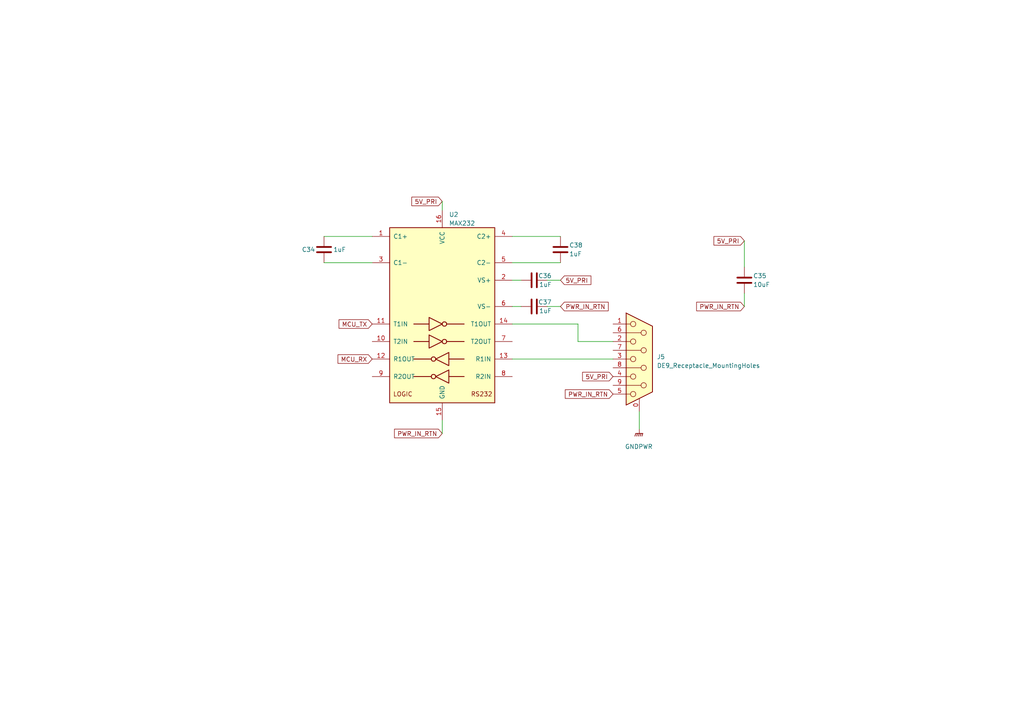
<source format=kicad_sch>
(kicad_sch (version 20230121) (generator eeschema)
  (paper "A4")
  (lib_symbols
    (symbol "Connector:DE9_Receptacle_MountingHoles" (pin_names (offset 1.016) hide)
      (property "Reference" "J" (at 0 16.51 0))
      (property "Value" "DE9_Receptacle_MountingHoles" (at 0 14.605 0))
      (symbol "DE9_Receptacle_MountingHoles_0_1"
        (circle (center -1.778 -10.16) (radius 0.762))
        (circle (center -1.778 -5.08) (radius 0.762))
        (circle (center -1.778 0) (radius 0.762))
        (circle (center -1.778 5.08) (radius 0.762))
        (circle (center -1.778 10.16) (radius 0.762))
        (polyline (pts (xy -3.81 -10.16) (xy -2.54 -10.16)))
        (polyline (pts (xy -3.81 -7.62) (xy 0.508 -7.62)))
        (polyline (pts (xy -3.81 -5.08) (xy -2.54 -5.08)))
        (polyline (pts (xy -3.81 -2.54) (xy 0.508 -2.54)))
        (polyline (pts (xy -3.81 0) (xy -2.54 0)))
        (polyline (pts (xy -3.81 2.54) (xy 0.508 2.54)))
        (polyline (pts (xy -3.81 5.08) (xy -2.54 5.08)))
        (polyline (pts (xy -3.81 7.62) (xy 0.508 7.62)))
        (polyline (pts (xy -3.81 10.16) (xy -2.54 10.16)))
        (polyline (pts (xy -3.81 13.335) (xy -3.81 -13.335) (xy 3.81 -9.525) (xy 3.81 9.525) (xy -3.81 13.335)) (stroke (width 0.254)) (fill (type background)))
        (circle (center 1.27 -7.62) (radius 0.762))
        (circle (center 1.27 -2.54) (radius 0.762))
        (circle (center 1.27 2.54) (radius 0.762))
        (circle (center 1.27 7.62) (radius 0.762))
      )
      (symbol "DE9_Receptacle_MountingHoles_1_1"
        (pin passive line (at 0 -15.24 90) (length 3.81) (name "PAD") (number "0"))
        (pin passive line (at -7.62 10.16 0) (length 3.81) (name "1") (number "1"))
        (pin passive line (at -7.62 5.08 0) (length 3.81) (name "2") (number "2"))
        (pin passive line (at -7.62 0 0) (length 3.81) (name "3") (number "3"))
        (pin passive line (at -7.62 -5.08 0) (length 3.81) (name "4") (number "4"))
        (pin passive line (at -7.62 -10.16 0) (length 3.81) (name "5") (number "5"))
        (pin passive line (at -7.62 7.62 0) (length 3.81) (name "6") (number "6"))
        (pin passive line (at -7.62 2.54 0) (length 3.81) (name "7") (number "7"))
        (pin passive line (at -7.62 -2.54 0) (length 3.81) (name "8") (number "8"))
        (pin passive line (at -7.62 -7.62 0) (length 3.81) (name "9") (number "9"))
      )
    )
    (symbol "Device:C" (pin_numbers hide) (pin_names (offset 0.254))
      (property "Reference" "C" (at 0.635 2.54 0))
      (property "Value" "C" (at 0.635 -2.54 0))
      (symbol "C_0_1"
        (polyline (pts (xy -2.032 -0.762) (xy 2.032 -0.762)) (stroke (width 0.508)))
        (polyline (pts (xy -2.032 0.762) (xy 2.032 0.762)) (stroke (width 0.508)))
      )
      (symbol "C_1_1"
        (pin passive line (at 0 3.81 270) (length 2.794) (name "~") (number "1"))
        (pin passive line (at 0 -3.81 90) (length 2.794) (name "~") (number "2"))
      )
    )
    (symbol "Interface_UART:MAX232" (pin_names (offset 1.016))
      (property "Reference" "U" (at -2.54 28.575 0))
      (property "Value" "MAX232" (at -2.54 26.67 0))
      (symbol "MAX232_0_0"
        (text "LOGIC" (at -11.43 -22.86 0) (effects (font (size 1.27 1.27))))
        (text "RS232" (at 11.43 -22.86 0) (effects (font (size 1.27 1.27))))
      )
      (symbol "MAX232_0_1"
        (rectangle (start -15.24 -25.4) (end 15.24 25.4) (stroke (width 0.254)) (fill (type background)))
        (circle (center -2.54 -17.78) (radius 0.635) (stroke (width 0.254)))
        (circle (center -2.54 -12.7) (radius 0.635) (stroke (width 0.254)))
        (polyline (pts (xy -3.81 -7.62) (xy -8.255 -7.62)) (stroke (width 0.254)))
        (polyline (pts (xy -3.81 -2.54) (xy -8.255 -2.54)) (stroke (width 0.254)))
        (polyline (pts (xy -3.175 -17.78) (xy -8.255 -17.78)) (stroke (width 0.254)))
        (polyline (pts (xy -3.175 -12.7) (xy -8.255 -12.7)) (stroke (width 0.254)))
        (polyline (pts (xy 1.27 -7.62) (xy 6.35 -7.62)) (stroke (width 0.254)))
        (polyline (pts (xy 1.27 -2.54) (xy 6.35 -2.54)) (stroke (width 0.254)))
        (polyline (pts (xy 1.905 -17.78) (xy 6.35 -17.78)) (stroke (width 0.254)))
        (polyline (pts (xy 1.905 -12.7) (xy 6.35 -12.7)) (stroke (width 0.254)))
        (polyline (pts (xy -3.81 -5.715) (xy -3.81 -9.525) (xy 0 -7.62) (xy -3.81 -5.715)) (stroke (width 0.254)))
        (polyline (pts (xy -3.81 -0.635) (xy -3.81 -4.445) (xy 0 -2.54) (xy -3.81 -0.635)) (stroke (width 0.254)))
        (polyline (pts (xy 1.905 -15.875) (xy 1.905 -19.685) (xy -1.905 -17.78) (xy 1.905 -15.875)) (stroke (width 0.254)))
        (polyline (pts (xy 1.905 -10.795) (xy 1.905 -14.605) (xy -1.905 -12.7) (xy 1.905 -10.795)) (stroke (width 0.254)))
        (circle (center 0.635 -7.62) (radius 0.635) (stroke (width 0.254)))
        (circle (center 0.635 -2.54) (radius 0.635) (stroke (width 0.254)))
      )
      (symbol "MAX232_1_1"
        (pin passive line (at -20.32 22.86 0) (length 5.08) (name "C1+") (number "1"))
        (pin input line (at -20.32 -7.62 0) (length 5.08) (name "T2IN") (number "10"))
        (pin input line (at -20.32 -2.54 0) (length 5.08) (name "T1IN") (number "11"))
        (pin output line (at -20.32 -12.7 0) (length 5.08) (name "R1OUT") (number "12"))
        (pin input line (at 20.32 -12.7 180) (length 5.08) (name "R1IN") (number "13"))
        (pin output line (at 20.32 -2.54 180) (length 5.08) (name "T1OUT") (number "14"))
        (pin power_in line (at 0 -30.48 90) (length 5.08) (name "GND") (number "15"))
        (pin power_in line (at 0 30.48 270) (length 5.08) (name "VCC") (number "16"))
        (pin power_out line (at 20.32 10.16 180) (length 5.08) (name "VS+") (number "2"))
        (pin passive line (at -20.32 15.24 0) (length 5.08) (name "C1-") (number "3"))
        (pin passive line (at 20.32 22.86 180) (length 5.08) (name "C2+") (number "4"))
        (pin passive line (at 20.32 15.24 180) (length 5.08) (name "C2-") (number "5"))
        (pin power_out line (at 20.32 2.54 180) (length 5.08) (name "VS-") (number "6"))
        (pin output line (at 20.32 -7.62 180) (length 5.08) (name "T2OUT") (number "7"))
        (pin input line (at 20.32 -17.78 180) (length 5.08) (name "R2IN") (number "8"))
        (pin output line (at -20.32 -17.78 0) (length 5.08) (name "R2OUT") (number "9"))
      )
    )
    (symbol "power:GNDPWR" (power) (pin_names (offset 0))
      (property "Value" "GNDPWR" (at 0 -3.302 0))
      (symbol "GNDPWR_0_1"
        (polyline (pts (xy 0 -1.27) (xy 0 0)))
        (polyline (pts (xy -1.016 -1.27) (xy -1.27 -2.032) (xy -1.27 -2.032)) (stroke (width 0.2032)))
        (polyline (pts (xy -0.508 -1.27) (xy -0.762 -2.032) (xy -0.762 -2.032)) (stroke (width 0.2032)))
        (polyline (pts (xy 0 -1.27) (xy -0.254 -2.032) (xy -0.254 -2.032)) (stroke (width 0.2032)))
        (polyline (pts (xy 0.508 -1.27) (xy 0.254 -2.032) (xy 0.254 -2.032)) (stroke (width 0.2032)))
        (polyline (pts (xy 1.016 -1.27) (xy -1.016 -1.27) (xy -1.016 -1.27)) (stroke (width 0.2032)))
        (polyline (pts (xy 1.016 -1.27) (xy 0.762 -2.032) (xy 0.762 -2.032) (xy 0.762 -2.032)) (stroke (width 0.2032)))
      )
      (symbol "GNDPWR_1_1"
        (pin power_in line (at 0 0 270) (length 0) hide (name "GNDPWR") (number "1"))
      )
    )
  )
  (wire (pts (xy 148.59 81.28) (xy 151.13 81.28)))
  (wire (pts (xy 162.56 68.58) (xy 148.59 68.58)))
  (wire (pts (xy 128.27 58.42) (xy 128.27 60.96)))
  (wire (pts (xy 148.59 93.98) (xy 167.64 93.98)))
  (wire (pts (xy 148.59 88.9) (xy 151.13 88.9)))
  (wire (pts (xy 148.59 104.14) (xy 177.8 104.14)))
  (wire (pts (xy 167.64 99.06) (xy 177.8 99.06)))
  (wire (pts (xy 158.75 81.28) (xy 162.56 81.28)))
  (wire (pts (xy 148.59 76.2) (xy 162.56 76.2)))
  (wire (pts (xy 215.9 88.9) (xy 215.9 85.09)))
  (wire (pts (xy 185.42 119.38) (xy 185.42 124.46)))
  (wire (pts (xy 107.95 68.58) (xy 93.98 68.58)))
  (wire (pts (xy 93.98 76.2) (xy 107.95 76.2)))
  (wire (pts (xy 167.64 93.98) (xy 167.64 99.06)))
  (wire (pts (xy 128.27 125.73) (xy 128.27 121.92)))
  (wire (pts (xy 158.75 88.9) (xy 162.56 88.9)))
  (wire (pts (xy 215.9 69.85) (xy 215.9 77.47)))
  (global_label "MCU_TX" (shape input) (at 107.95 93.98 180) (property "Intersheetrefs" "${INTERSHEET_REFS}" (effects hide)))
  (global_label "PWR_IN_RTN" (shape input) (at 177.8 114.3 180) (property "Intersheetrefs" "${INTERSHEET_REFS}" (effects hide)))
  (global_label "5V_PRI" (shape input) (at 128.27 58.42 180) (property "Intersheetrefs" "${INTERSHEET_REFS}" (effects hide)))
  (global_label "PWR_IN_RTN" (shape input) (at 162.56 88.9 0) (property "Intersheetrefs" "${INTERSHEET_REFS}" (effects hide)))
  (global_label "5V_PRI" (shape input) (at 215.9 69.85 180) (property "Intersheetrefs" "${INTERSHEET_REFS}" (effects hide)))
  (global_label "PWR_IN_RTN" (shape input) (at 215.9 88.9 180) (property "Intersheetrefs" "${INTERSHEET_REFS}" (effects hide)))
  (global_label "MCU_RX" (shape input) (at 107.95 104.14 180) (property "Intersheetrefs" "${INTERSHEET_REFS}" (effects hide)))
  (global_label "5V_PRI" (shape input) (at 162.56 81.28 0) (property "Intersheetrefs" "${INTERSHEET_REFS}" (effects hide)))
  (global_label "PWR_IN_RTN" (shape input) (at 128.27 125.73 180) (property "Intersheetrefs" "${INTERSHEET_REFS}" (effects hide)))
  (global_label "5V_PRI" (shape input) (at 177.8 109.22 180) (property "Intersheetrefs" "${INTERSHEET_REFS}" (effects hide)))
  (symbol (lib_id "Interface_UART:MAX232") (at 128.27 91.44 0) (unit 1)
    (property "Reference" "U2" (at 130.2259 62.23 0) (effects (justify left)))
    (property "Value" "MAX232" (at 130.2259 64.77 0) (effects (justify left)))
    (property "Footprint" "MAX232:SOIC127P600X175-16N" (effects hide))
    (property "Datasheet" "http://www.ti.com/lit/ds/symlink/max232.pdf" (effects hide))
    (instances (project "24V_1A" (path "" (reference "U2") (unit 1))) (project "GEP_HW" (path "" (reference "U4") (unit 1))))
  )
  (symbol (lib_id "Device:C") (at 154.94 81.28 90) (unit 1)
    (property "Reference" "C36" (at 160.02 80.01 90) (effects (justify left)))
    (property "Value" "1uF" (at 160.02 82.55 90) (effects (justify left)))
    (property "Footprint" "Capacitor_SMD:C_0603_1608Metric" (effects hide))
    (instances (project "24V_1A" (path "" (reference "C36") (unit 1))) (project "GEP_HW" (path "" (reference "C12") (unit 1)) (path "" (reference "C6") (unit 1)) (path "" (reference "C31") (unit 1))))
  )
  (symbol (lib_id "Device:C") (at 215.9 81.28 0) (unit 1)
    (property "Reference" "C35" (at 218.44 80.01 0) (effects (justify left)))
    (property "Value" "10uF" (at 218.44 82.55 0) (effects (justify left)))
    (property "Footprint" "Capacitor_SMD:C_0603_1608Metric" (effects hide))
    (instances (project "24V_1A" (path "" (reference "C35") (unit 1))) (project "GEP_HW" (path "" (reference "C12") (unit 1)) (path "" (reference "C6") (unit 1)) (path "" (reference "C33") (unit 1))))
  )
  (symbol (lib_id "Device:C") (at 162.56 72.39 0) (unit 1)
    (property "Reference" "C38" (at 165.1 71.12 0) (effects (justify left)))
    (property "Value" "1uF" (at 165.1 73.66 0) (effects (justify left)))
    (property "Footprint" "Capacitor_SMD:C_0603_1608Metric" (effects hide))
    (instances (project "24V_1A" (path "" (reference "C38") (unit 1))) (project "GEP_HW" (path "" (reference "C12") (unit 1)) (path "" (reference "C6") (unit 1)) (path "" (reference "C30") (unit 1))))
  )
  (symbol (lib_id "Device:C") (at 154.94 88.9 90) (unit 1)
    (property "Reference" "C37" (at 160.02 87.63 90) (effects (justify left)))
    (property "Value" "1uF" (at 160.02 90.17 90) (effects (justify left)))
    (property "Footprint" "Capacitor_SMD:C_0603_1608Metric" (effects hide))
    (instances (project "24V_1A" (path "" (reference "C37") (unit 1))) (project "GEP_HW" (path "" (reference "C12") (unit 1)) (path "" (reference "C6") (unit 1)) (path "" (reference "C32") (unit 1))))
  )
  (symbol (lib_id "Device:C") (at 93.98 72.39 180) (unit 1)
    (property "Reference" "C34" (at 91.44 72.39 0) (effects (justify left)))
    (property "Value" "1uF" (at 100.33 72.39 0) (effects (justify left)))
    (property "Footprint" "Capacitor_SMD:C_0603_1608Metric" (effects hide))
    (instances (project "24V_1A" (path "" (reference "C34") (unit 1))) (project "GEP_HW" (path "" (reference "C12") (unit 1)) (path "" (reference "C6") (unit 1)) (path "" (reference "C29") (unit 1))))
  )
  (symbol (lib_id "power:GNDPWR") (at 185.42 124.46 0) (unit 1)
    (property "Reference" "#PWR01" (effects hide))
    (property "Value" "GNDPWR" (at 185.293 129.54 0))
    (instances (project "MTAL_PWR" (path "" (reference "#PWR01") (unit 1))) (project "24V_1A" (path "" (reference "#PWR05") (unit 1)) (path "" (reference "#PWR010") (unit 1))))
  )
  (symbol (lib_id "Connector:DE9_Receptacle_MountingHoles") (at 185.42 104.14 0) (unit 1)
    (property "Reference" "J5" (at 190.5 103.505 0) (effects (justify left)))
    (property "Value" "DE9_Receptacle_MountingHoles" (at 190.5 106.045 0) (effects (justify left)))
    (property "Footprint" "Connector_Dsub:DSUB-9_Female_Horizontal_P2.77x2.84mm_EdgePinOffset7.70mm_Housed_MountingHolesOffset9.12mm" (effects hide))
    (property "Datasheet" " ~" (effects hide))
  )
)
</source>
